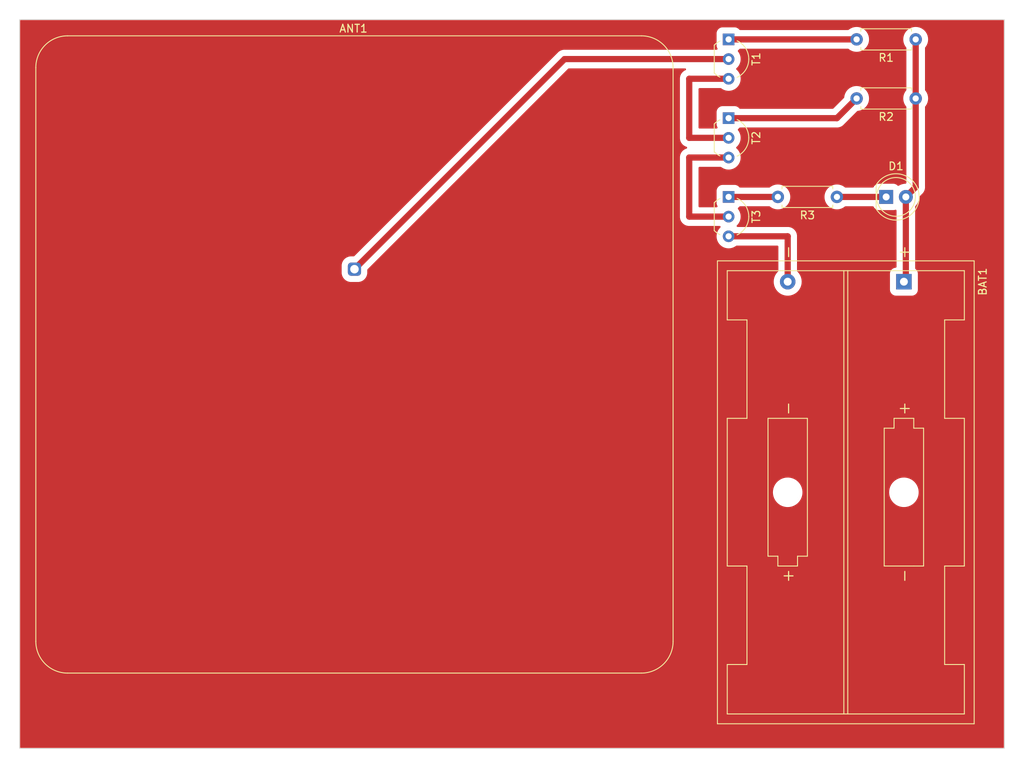
<source format=kicad_pcb>
(kicad_pcb (version 20221018) (generator pcbnew)
  (title_block (title "Detektor Elektrostatickej Elektriny") (date "2025-04-25") (rev "1") (company "Piaristická Spojená Škola") (comment 3 "Dominik Nagy") (comment 4 "Autor:"))
  (layers (0 "F.Cu" signal) (31 "B.Cu" signal) (34 "B.Paste" user) (35 "F.Paste" user) (36 "B.SilkS" user "B.Silkscreen") (37 "F.SilkS" user "F.Silkscreen") (38 "B.Mask" user) (39 "F.Mask" user) (44 "Edge.Cuts" user))
  (net 0 "")
  (net 1 "Net-(ANT1-A)")
  (net 2 "Net-(BAT1-+)")
  (net 3 "Net-(BAT1--)")
  (net 4 "Net-(D1-K)")
  (net 5 "Net-(T1-C)")
  (net 6 "Net-(T2-C)")
  (net 7 "Net-(T3-C)")
  (net 8 "Net-(T1-E)")
  (net 9 "Net-(T2-E)")
  (footprint "Package_TO_SOT_THT:TO-92_Inline_Wide" (layer "F.Cu") (at 180.34 66.04 -90)
    (fp_text reference "T1" (at 2.54 -3.56 90) (layer "F.SilkS"))
    (fp_text value "BC547")
    (fp_line (start 0.74 1.85) (end 4.34 1.85) (stroke (width 0.12)) (layer "F.SilkS"))
    (fp_arc (start 0.1836 -1.098807) (mid 1.143021 -2.192817) (end 2.54 -2.6) (stroke (width 0.12)) (layer "F.SilkS"))
    (fp_arc (start 0.74 1.85) (mid 0.446097 1.509328) (end 0.215816 1.122795) (stroke (width 0.12)) (layer "F.SilkS"))
    (fp_arc (start 2.54 -2.6) (mid 3.936979 -2.192818) (end 4.8964 -1.098807) (stroke (width 0.12)) (layer "F.SilkS"))
    (fp_arc (start 4.864184 1.122795) (mid 4.633903 1.509328) (end 4.34 1.85) (stroke (width 0.12)) (layer "F.SilkS"))
    (pad "1" thru_hole rect (at 0 0 270) (size 1.5 1.5) (drill 0.8) (layers "*.Cu" "*.Mask") (net 5 "Net-(T1-C)"))
    (pad "2" thru_hole circle (at 2.54 0 270) (size 1.5 1.5) (drill 0.8) (layers "*.Cu" "*.Mask") (net 1 "Net-(ANT1-A)"))
    (pad "3" thru_hole circle (at 5.08 0 270) (size 1.5 1.5) (drill 0.8) (layers "*.Cu" "*.Mask") (net 8 "Net-(T1-E)"))
  )
  (footprint "LED_THT:LED_D5.0mm" (layer "F.Cu") (at 200.66 86.36)
    (fp_text reference "D1" (at 1.27 -3.96) (layer "F.SilkS"))
    (fp_text value "LED")
    (fp_line (start -1.29 -1.545) (end -1.29 1.545) (stroke (width 0.12)) (layer "F.SilkS"))
    (fp_arc (start -1.29 -1.54483) (mid 2.072002 -2.880433) (end 4.26 0.000462) (stroke (width 0.12)) (layer "F.SilkS"))
    (fp_arc (start 4.26 -0.000462) (mid 2.072002 2.880433) (end -1.29 1.54483) (stroke (width 0.12)) (layer "F.SilkS"))
    (fp_circle (center 1.27 0) (end 3.77 0) (stroke (width 0.12)) (fill none) (layer "F.SilkS"))
    (pad "1" thru_hole rect (at 0 0) (size 1.8 1.8) (drill 0.9) (layers "*.Cu" "*.Mask") (net 4 "Net-(D1-K)"))
    (pad "2" thru_hole circle (at 2.54 0) (size 1.8 1.8) (drill 0.9) (layers "*.Cu" "*.Mask") (net 2 "Net-(BAT1-+)"))
  )
  (footprint "RF_Antenna:Abracon_APAES868R8060C16-T" (layer "F.Cu") (at 132.08 95.68)
    (fp_text reference "ANT1")
    (fp_text value "Antenna")
    (fp_text user "${REFERENCE}" (at -0.127 -31.037) (layer "F.SilkS"))
    (fp_line (start -41.1 48) (end -41.1 -26) (stroke (width 0.12)) (layer "F.SilkS"))
    (fp_line (start -37 -30.099999) (end 37 -30.099999) (stroke (width 0.12)) (layer "F.SilkS"))
    (fp_line (start 37 52.1) (end -37 52.1) (stroke (width 0.12)) (layer "F.SilkS"))
    (fp_line (start 41.099999 -26) (end 41.099999 48) (stroke (width 0.12)) (layer "F.SilkS"))
    (fp_arc (start -41.1 -26) (mid -39.899138 -28.899138) (end -37 -30.1) (stroke (width 0.12)) (layer "F.SilkS"))
    (fp_arc (start -37 52.1) (mid -39.899138 50.899138) (end -41.1 48) (stroke (width 0.12)) (layer "F.SilkS"))
    (fp_arc (start 37 -30.1) (mid 39.899138 -28.899138) (end 41.1 -26) (stroke (width 0.12)) (layer "F.SilkS"))
    (fp_arc (start 41.1 48) (mid 39.899138 50.899138) (end 37 52.1) (stroke (width 0.12)) (layer "F.SilkS"))
    (pad "1" thru_hole roundrect (at 0 0) (size 1.7 1.7) (drill 1.1) (layers "*.Cu" "*.Mask") (net 1 "Net-(ANT1-A)"))
  )
  (footprint "Resistor_THT:R_Axial_DIN0207_L6.3mm_D2.5mm_P7.62mm_Horizontal" (layer "F.Cu") (at 194.31 86.36 180)
    (fp_text reference "R3" (at 3.81 -2.37) (layer "F.SilkS"))
    (fp_text value "220Ω")
    (fp_line (start 0.54 -1.37) (end 7.08 -1.37) (stroke (width 0.12)) (layer "F.SilkS"))
    (fp_line (start 0.54 -1.04) (end 0.54 -1.37) (stroke (width 0.12)) (layer "F.SilkS"))
    (fp_line (start 0.54 1.04) (end 0.54 1.37) (stroke (width 0.12)) (layer "F.SilkS"))
    (fp_line (start 0.54 1.37) (end 7.08 1.37) (stroke (width 0.12)) (layer "F.SilkS"))
    (fp_line (start 7.08 -1.37) (end 7.08 -1.04) (stroke (width 0.12)) (layer "F.SilkS"))
    (fp_line (start 7.08 1.37) (end 7.08 1.04) (stroke (width 0.12)) (layer "F.SilkS"))
    (pad "1" thru_hole circle (at 0 0 180) (size 1.6 1.6) (drill 0.8) (layers "*.Cu" "*.Mask") (net 4 "Net-(D1-K)"))
    (pad "2" thru_hole oval (at 7.62 0 180) (size 1.6 1.6) (drill 0.8) (layers "*.Cu" "*.Mask") (net 7 "Net-(T3-C)"))
  )
  (footprint "Package_TO_SOT_THT:TO-92_Inline_Wide" (layer "F.Cu") (at 180.34 86.36 -90)
    (fp_text reference "T3" (at 2.54 -3.56 90) (layer "F.SilkS"))
    (fp_text value "BC547")
    (fp_line (start 0.74 1.85) (end 4.34 1.85) (stroke (width 0.12)) (layer "F.SilkS"))
    (fp_arc (start 0.1836 -1.098807) (mid 1.143021 -2.192817) (end 2.54 -2.6) (stroke (width 0.12)) (layer "F.SilkS"))
    (fp_arc (start 0.74 1.85) (mid 0.446097 1.509328) (end 0.215816 1.122795) (stroke (width 0.12)) (layer "F.SilkS"))
    (fp_arc (start 2.54 -2.6) (mid 3.936979 -2.192818) (end 4.8964 -1.098807) (stroke (width 0.12)) (layer "F.SilkS"))
    (fp_arc (start 4.864184 1.122795) (mid 4.633903 1.509328) (end 4.34 1.85) (stroke (width 0.12)) (layer "F.SilkS"))
    (pad "1" thru_hole rect (at 0 0 270) (size 1.5 1.5) (drill 0.8) (layers "*.Cu" "*.Mask") (net 7 "Net-(T3-C)"))
    (pad "2" thru_hole circle (at 2.54 0 270) (size 1.5 1.5) (drill 0.8) (layers "*.Cu" "*.Mask") (net 9 "Net-(T2-E)"))
    (pad "3" thru_hole circle (at 5.08 0 270) (size 1.5 1.5) (drill 0.8) (layers "*.Cu" "*.Mask") (net 3 "Net-(BAT1--)"))
  )
  (footprint "Resistor_THT:R_Axial_DIN0207_L6.3mm_D2.5mm_P7.62mm_Horizontal" (layer "F.Cu") (at 204.47 66.04 180)
    (fp_text reference "R1" (at 3.81 -2.37) (layer "F.SilkS"))
    (fp_text value "1MΩ")
    (fp_line (start 0.54 -1.37) (end 7.08 -1.37) (stroke (width 0.12)) (layer "F.SilkS"))
    (fp_line (start 0.54 -1.04) (end 0.54 -1.37) (stroke (width 0.12)) (layer "F.SilkS"))
    (fp_line (start 0.54 1.04) (end 0.54 1.37) (stroke (width 0.12)) (layer "F.SilkS"))
    (fp_line (start 0.54 1.37) (end 7.08 1.37) (stroke (width 0.12)) (layer "F.SilkS"))
    (fp_line (start 7.08 -1.37) (end 7.08 -1.04) (stroke (width 0.12)) (layer "F.SilkS"))
    (fp_line (start 7.08 1.37) (end 7.08 1.04) (stroke (width 0.12)) (layer "F.SilkS"))
    (pad "1" thru_hole circle (at 0 0 180) (size 1.6 1.6) (drill 0.8) (layers "*.Cu" "*.Mask") (net 2 "Net-(BAT1-+)"))
    (pad "2" thru_hole oval (at 7.62 0 180) (size 1.6 1.6) (drill 0.8) (layers "*.Cu" "*.Mask") (net 5 "Net-(T1-C)"))
  )
  (footprint "Package_TO_SOT_THT:TO-92_Inline_Wide" (layer "F.Cu") (at 180.34 76.2 -90)
    (fp_text reference "T2" (at 2.54 -3.56 90) (layer "F.SilkS"))
    (fp_text value "BC547")
    (fp_line (start 0.74 1.85) (end 4.34 1.85) (stroke (width 0.12)) (layer "F.SilkS"))
    (fp_arc (start 0.1836 -1.098807) (mid 1.143021 -2.192817) (end 2.54 -2.6) (stroke (width 0.12)) (layer "F.SilkS"))
    (fp_arc (start 0.74 1.85) (mid 0.446097 1.509328) (end 0.215816 1.122795) (stroke (width 0.12)) (layer "F.SilkS"))
    (fp_arc (start 2.54 -2.6) (mid 3.936979 -2.192818) (end 4.8964 -1.098807) (stroke (width 0.12)) (layer "F.SilkS"))
    (fp_arc (start 4.864184 1.122795) (mid 4.633903 1.509328) (end 4.34 1.85) (stroke (width 0.12)) (layer "F.SilkS"))
    (pad "1" thru_hole rect (at 0 0 270) (size 1.5 1.5) (drill 0.8) (layers "*.Cu" "*.Mask") (net 6 "Net-(T2-C)"))
    (pad "2" thru_hole circle (at 2.54 0 270) (size 1.5 1.5) (drill 0.8) (layers "*.Cu" "*.Mask") (net 8 "Net-(T1-E)"))
    (pad "3" thru_hole circle (at 5.08 0 270) (size 1.5 1.5) (drill 0.8) (layers "*.Cu" "*.Mask") (net 9 "Net-(T2-E)"))
  )
  (footprint "Resistor_THT:R_Axial_DIN0207_L6.3mm_D2.5mm_P7.62mm_Horizontal" (layer "F.Cu") (at 204.47 73.66 180)
    (fp_text reference "R2" (at 3.81 -2.37) (layer "F.SilkS"))
    (fp_text value "100KΩ")
    (fp_line (start 0.54 -1.37) (end 7.08 -1.37) (stroke (width 0.12)) (layer "F.SilkS"))
    (fp_line (start 0.54 -1.04) (end 0.54 -1.37) (stroke (width 0.12)) (layer "F.SilkS"))
    (fp_line (start 0.54 1.04) (end 0.54 1.37) (stroke (width 0.12)) (layer "F.SilkS"))
    (fp_line (start 0.54 1.37) (end 7.08 1.37) (stroke (width 0.12)) (layer "F.SilkS"))
    (fp_line (start 7.08 -1.37) (end 7.08 -1.04) (stroke (width 0.12)) (layer "F.SilkS"))
    (fp_line (start 7.08 1.37) (end 7.08 1.04) (stroke (width 0.12)) (layer "F.SilkS"))
    (pad "1" thru_hole circle (at 0 0 180) (size 1.6 1.6) (drill 0.8) (layers "*.Cu" "*.Mask") (net 2 "Net-(BAT1-+)"))
    (pad "2" thru_hole oval (at 7.62 0 180) (size 1.6 1.6) (drill 0.8) (layers "*.Cu" "*.Mask") (net 6 "Net-(T2-C)"))
  )
  (footprint "Battery:BatteryHolder_Keystone_2462_2xAA" (layer "F.Cu") (at 202.95 97.295 -90)
    (fp_text reference "BAT1" (at 0 -10.16 90) (layer "F.SilkS"))
    (fp_text value "9V")
    (fp_text user "-" (at -3.81 14.99 90) (layer "F.SilkS") (effects (font (size 1.5 1.5))))
    (fp_text user "+" (at 16.355 0 90) (layer "F.SilkS") (effects (font (size 1.5 1.5))))
    (fp_text user "+" (at 37.945 14.99 90) (layer "F.SilkS") (effects (font (size 1.5 1.5))))
    (fp_text user "-" (at 37.945 0 90) (layer "F.SilkS") (effects (font (size 1.5 1.5))))
    (fp_text user "+" (at -3.81 0 90) (layer "F.SilkS") (effects (font (size 1.5 1.5))))
    (fp_text user "-" (at 16.355 14.99 90) (layer "F.SilkS") (effects (font (size 1.5 1.5))))
    (fp_line (start -2.69 -9.065) (end -2.69 24.055) (stroke (width 0.12)) (layer "F.SilkS"))
    (fp_line (start -2.69 24.055) (end 57.02 24.055) (stroke (width 0.12)) (layer "F.SilkS"))
    (fp_line (start -1.42 -7.795) (end -1.42 22.785) (stroke (width 0.12)) (layer "F.SilkS"))
    (fp_line (start -1.42 7.241) (end 55.75 7.241) (stroke (width 0.12)) (layer "F.SilkS"))
    (fp_line (start -1.42 22.785) (end 4.925 22.785) (stroke (width 0.12)) (layer "F.SilkS"))
    (fp_line (start 4.925 -7.795) (end -1.42 -7.795) (stroke (width 0.12)) (layer "F.SilkS"))
    (fp_line (start 4.925 -5.255) (end 4.925 -7.795) (stroke (width 0.12)) (layer "F.SilkS"))
    (fp_line (start 4.925 -5.255) (end 17.625 -5.255) (stroke (width 0.12)) (layer "F.SilkS"))
    (fp_line (start 4.925 20.245) (end 17.625 20.245) (stroke (width 0.12)) (layer "F.SilkS"))
    (fp_line (start 4.925 22.785) (end 4.925 20.245) (stroke (width 0.12)) (layer "F.SilkS"))
    (fp_line (start 17.625 -7.795) (end 17.625 -5.255) (stroke (width 0.12)) (layer "F.SilkS"))
    (fp_line (start 17.625 -1.27) (end 18.895 -1.27) (stroke (width 0.12)) (layer "F.SilkS"))
    (fp_line (start 17.625 1.27) (end 17.625 -1.27) (stroke (width 0.12)) (layer "F.SilkS"))
    (fp_line (start 17.625 12.45) (end 35.405 12.45) (stroke (width 0.12)) (layer "F.SilkS"))
    (fp_line (start 17.625 17.53) (end 17.625 12.45) (stroke (width 0.12)) (layer "F.SilkS"))
    (fp_line (start 17.625 20.245) (end 17.625 22.785) (stroke (width 0.12)) (layer "F.SilkS"))
    (fp_line (start 17.625 22.785) (end 36.675 22.785) (stroke (width 0.12)) (layer "F.SilkS"))
    (fp_line (start 18.895 -2.54) (end 36.675 -2.54) (stroke (width 0.12)) (layer "F.SilkS"))
    (fp_line (start 18.895 -1.27) (end 18.895 -2.54) (stroke (width 0.12)) (layer "F.SilkS"))
    (fp_line (start 18.895 1.27) (end 17.625 1.27) (stroke (width 0.12)) (layer "F.SilkS"))
    (fp_line (start 18.895 2.54) (end 18.895 1.27) (stroke (width 0.12)) (layer "F.SilkS"))
    (fp_line (start 35.405 12.45) (end 35.405 13.72) (stroke (width 0.12)) (layer "F.SilkS"))
    (fp_line (start 35.405 13.72) (end 36.675 13.72) (stroke (width 0.12)) (layer "F.SilkS"))
    (fp_line (start 35.405 16.26) (end 35.405 17.53) (stroke (width 0.12)) (layer "F.SilkS"))
    (fp_line (start 35.405 17.53) (end 17.625 17.53) (stroke (width 0.12)) (layer "F.SilkS"))
    (fp_line (start 36.675 -7.795) (end 17.625 -7.795) (stroke (width 0.12)) (layer "F.SilkS"))
    (fp_line (start 36.675 -5.255) (end 36.675 -7.795) (stroke (width 0.12)) (layer "F.SilkS"))
    (fp_line (start 36.675 -2.54) (end 36.675 -1.27) (stroke (width 0.12)) (layer "F.SilkS"))
    (fp_line (start 36.675 -1.27) (end 36.675 2.54) (stroke (width 0.12)) (layer "F.SilkS"))
    (fp_line (start 36.675 2.54) (end 18.895 2.54) (stroke (width 0.12)) (layer "F.SilkS"))
    (fp_line (start 36.675 13.72) (end 36.675 16.26) (stroke (width 0.12)) (layer "F.SilkS"))
    (fp_line (start 36.675 16.26) (end 35.405 16.26) (stroke (width 0.12)) (layer "F.SilkS"))
    (fp_line (start 36.675 22.785) (end 36.675 20.245) (stroke (width 0.12)) (layer "F.SilkS"))
    (fp_line (start 49.375 -7.795) (end 49.375 -5.255) (stroke (width 0.12)) (layer "F.SilkS"))
    (fp_line (start 49.375 -5.255) (end 36.675 -5.255) (stroke (width 0.12)) (layer "F.SilkS"))
    (fp_line (start 49.375 20.245) (end 36.675 20.245) (stroke (width 0.12)) (layer "F.SilkS"))
    (fp_line (start 49.375 22.785) (end 49.375 20.245) (stroke (width 0.12)) (layer "F.SilkS"))
    (fp_line (start 55.75 -7.795) (end 49.375 -7.795) (stroke (width 0.12)) (layer "F.SilkS"))
    (fp_line (start 55.75 -7.795) (end 55.75 22.785) (stroke (width 0.12)) (layer "F.SilkS"))
    (fp_line (start 55.75 7.749) (end -1.42 7.749) (stroke (width 0.12)) (layer "F.SilkS"))
    (fp_line (start 55.75 22.785) (end 49.375 22.785) (stroke (width 0.12)) (layer "F.SilkS"))
    (fp_line (start 57.02 -9.065) (end -2.69 -9.065) (stroke (width 0.12)) (layer "F.SilkS"))
    (fp_line (start 57.02 24.055) (end 57.02 -9.065) (stroke (width 0.12)) (layer "F.SilkS"))
    (pad "" np_thru_hole circle (at 27.165 0 270) (size 3.3 3.3) (drill 3.3) (layers "*.Cu" "*.Mask"))
    (pad "" np_thru_hole circle (at 27.165 14.99 270) (size 3.3 3.3) (drill 3.3) (layers "*.Cu" "*.Mask"))
    (pad "1" thru_hole rect (at 0 0 270) (size 2 2) (drill 1.02) (layers "*.Cu" "*.Mask") (net 2 "Net-(BAT1-+)"))
    (pad "2" thru_hole circle (at 0 14.99 270) (size 2 2) (drill 1.02) (layers "*.Cu" "*.Mask") (net 3 "Net-(BAT1--)"))
  )
  (gr_rect (start 88.9 63.5) (end 215.9 157.48) (stroke (width 0.1)) (fill none) (layer "Edge.Cuts"))
  (segment (start 132.08 95.68) (end 159.18 68.58) (width 0.8) (layer "F.Cu") (net 1))
  (segment (start 159.18 68.58) (end 180.34 68.58) (width 0.8) (layer "F.Cu") (net 1))
  (segment (start 204.47 73.66) (end 204.47 85.09) (width 0.8) (layer "F.Cu") (net 2))
  (segment (start 204.47 66.04) (end 204.47 73.66) (width 0.8) (layer "F.Cu") (net 2))
  (segment (start 203.2 86.36) (end 203.2 97.045) (width 0.8) (layer "F.Cu") (net 2))
  (segment (start 204.47 85.09) (end 203.2 86.36) (width 0.8) (layer "F.Cu") (net 2))
  (segment (start 203.2 97.045) (end 202.95 97.295) (width 0.8) (layer "F.Cu") (net 2))
  (segment (start 187.96 91.44) (end 187.96 97.295) (width 0.8) (layer "F.Cu") (net 3))
  (segment (start 180.34 91.44) (end 187.96 91.44) (width 0.8) (layer "F.Cu") (net 3))
  (segment (start 200.66 86.36) (end 194.31 86.36) (width 0.8) (layer "F.Cu") (net 4))
  (segment (start 180.34 66.04) (end 196.85 66.04) (width 0.8) (layer "F.Cu") (net 5))
  (segment (start 194.31 76.2) (end 196.85 73.66) (width 0.8) (layer "F.Cu") (net 6))
  (segment (start 180.34 76.2) (end 194.31 76.2) (width 0.8) (layer "F.Cu") (net 6))
  (segment (start 186.69 86.36) (end 180.34 86.36) (width 0.8) (layer "F.Cu") (net 7))
  (segment (start 180.34 71.12) (end 175.26 71.12) (width 0.8) (layer "F.Cu") (net 8))
  (segment (start 175.26 71.12) (end 175.26 78.74) (width 0.8) (layer "F.Cu") (net 8))
  (segment (start 175.26 78.74) (end 180.34 78.74) (width 0.8) (layer "F.Cu") (net 8))
  (segment (start 175.26 88.9) (end 180.34 88.9) (width 0.8) (layer "F.Cu") (net 9))
  (segment (start 175.26 81.28) (end 175.26 88.9) (width 0.8) (layer "F.Cu") (net 9))
  (segment (start 180.34 81.28) (end 175.26 81.28) (width 0.8) (layer "F.Cu") (net 9))
  (zone (net 0) (net_name "") (layer "F.Cu") (connect_pads (clearance 0.5)) (min_thickness 0.25) (fill yes (thermal_gap 0.5) (thermal_bridge_width 0.5) (island_removal_mode 1) (island_area_min 10))
    (polygon (pts (xy 86.36 60.96) (xy 218.44 60.96) (xy 218.44 160.02) (xy 86.36 160.02)))
  )
)
</source>
